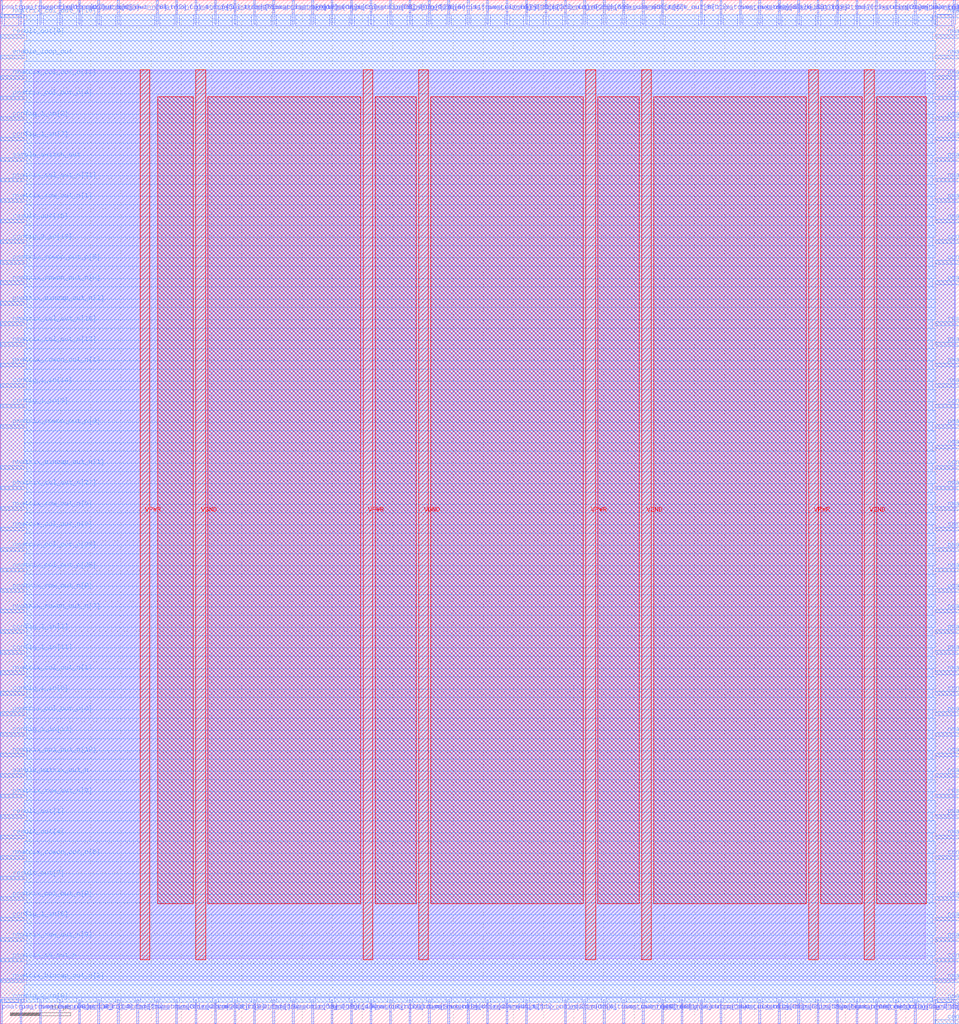
<source format=lef>
VERSION 5.7 ;
  NOWIREEXTENSIONATPIN ON ;
  DIVIDERCHAR "/" ;
  BUSBITCHARS "[]" ;
MACRO adc_core_digital
  CLASS BLOCK ;
  FOREIGN adc_core_digital ;
  ORIGIN 0.000 0.000 ;
  SIZE 158.845 BY 169.565 ;
  PIN VGND
    DIRECTION INOUT ;
    USE GROUND ;
    PORT
      LAYER met4 ;
        RECT 32.400 10.640 34.000 158.000 ;
    END
    PORT
      LAYER met4 ;
        RECT 69.315 10.640 70.915 158.000 ;
    END
    PORT
      LAYER met4 ;
        RECT 106.230 10.640 107.830 158.000 ;
    END
    PORT
      LAYER met4 ;
        RECT 143.145 10.640 144.745 158.000 ;
    END
  END VGND
  PIN VPWR
    DIRECTION INOUT ;
    USE POWER ;
    PORT
      LAYER met4 ;
        RECT 23.175 10.640 24.775 158.000 ;
    END
    PORT
      LAYER met4 ;
        RECT 60.090 10.640 61.690 158.000 ;
    END
    PORT
      LAYER met4 ;
        RECT 97.005 10.640 98.605 158.000 ;
    END
    PORT
      LAYER met4 ;
        RECT 133.920 10.640 135.520 158.000 ;
    END
  END VPWR
  PIN clk_dig_in
    DIRECTION INPUT ;
    USE SIGNAL ;
    PORT
      LAYER met2 ;
        RECT 132.110 165.565 132.390 169.565 ;
    END
  END clk_dig_in
  PIN comparator_in
    DIRECTION INPUT ;
    USE SIGNAL ;
    PORT
      LAYER met2 ;
        RECT 51.610 165.565 51.890 169.565 ;
    END
  END comparator_in
  PIN config_1_in[0]
    DIRECTION INPUT ;
    USE SIGNAL ;
    PORT
      LAYER met3 ;
        RECT 0.000 54.440 4.000 55.040 ;
    END
  END config_1_in[0]
  PIN config_1_in[10]
    DIRECTION INPUT ;
    USE SIGNAL ;
    PORT
      LAYER met3 ;
        RECT 154.845 125.840 158.845 126.440 ;
    END
  END config_1_in[10]
  PIN config_1_in[11]
    DIRECTION INPUT ;
    USE SIGNAL ;
    PORT
      LAYER met3 ;
        RECT 0.000 61.240 4.000 61.840 ;
    END
  END config_1_in[11]
  PIN config_1_in[12]
    DIRECTION INPUT ;
    USE SIGNAL ;
    PORT
      LAYER met3 ;
        RECT 154.845 54.440 158.845 55.040 ;
    END
  END config_1_in[12]
  PIN config_1_in[13]
    DIRECTION INPUT ;
    USE SIGNAL ;
    PORT
      LAYER met3 ;
        RECT 0.000 47.640 4.000 48.240 ;
    END
  END config_1_in[13]
  PIN config_1_in[14]
    DIRECTION INPUT ;
    USE SIGNAL ;
    PORT
      LAYER met3 ;
        RECT 0.000 105.440 4.000 106.040 ;
    END
  END config_1_in[14]
  PIN config_1_in[15]
    DIRECTION INPUT ;
    USE SIGNAL ;
    PORT
      LAYER met2 ;
        RECT 35.510 165.565 35.790 169.565 ;
    END
  END config_1_in[15]
  PIN config_1_in[1]
    DIRECTION INPUT ;
    USE SIGNAL ;
    PORT
      LAYER met3 ;
        RECT 0.000 64.640 4.000 65.240 ;
    END
  END config_1_in[1]
  PIN config_1_in[2]
    DIRECTION INPUT ;
    USE SIGNAL ;
    PORT
      LAYER met3 ;
        RECT 0.000 149.640 4.000 150.240 ;
    END
  END config_1_in[2]
  PIN config_1_in[3]
    DIRECTION INPUT ;
    USE SIGNAL ;
    PORT
      LAYER met3 ;
        RECT 0.000 102.040 4.000 102.640 ;
    END
  END config_1_in[3]
  PIN config_1_in[4]
    DIRECTION INPUT ;
    USE SIGNAL ;
    PORT
      LAYER met2 ;
        RECT 29.070 165.565 29.350 169.565 ;
    END
  END config_1_in[4]
  PIN config_1_in[5]
    DIRECTION INPUT ;
    USE SIGNAL ;
    PORT
      LAYER met2 ;
        RECT 16.190 0.000 16.470 4.000 ;
    END
  END config_1_in[5]
  PIN config_1_in[6]
    DIRECTION INPUT ;
    USE SIGNAL ;
    PORT
      LAYER met3 ;
        RECT 0.000 17.040 4.000 17.640 ;
    END
  END config_1_in[6]
  PIN config_1_in[7]
    DIRECTION INPUT ;
    USE SIGNAL ;
    PORT
      LAYER met3 ;
        RECT 0.000 146.240 4.000 146.840 ;
    END
  END config_1_in[7]
  PIN config_1_in[8]
    DIRECTION INPUT ;
    USE SIGNAL ;
    PORT
      LAYER met2 ;
        RECT 154.650 165.565 154.930 169.565 ;
    END
  END config_1_in[8]
  PIN config_1_in[9]
    DIRECTION INPUT ;
    USE SIGNAL ;
    PORT
      LAYER met3 ;
        RECT 154.845 91.840 158.845 92.440 ;
    END
  END config_1_in[9]
  PIN config_2_in[0]
    DIRECTION INPUT ;
    USE SIGNAL ;
    PORT
      LAYER met2 ;
        RECT 38.730 0.000 39.010 4.000 ;
    END
  END config_2_in[0]
  PIN config_2_in[10]
    DIRECTION INPUT ;
    USE SIGNAL ;
    PORT
      LAYER met2 ;
        RECT 64.490 165.565 64.770 169.565 ;
    END
  END config_2_in[10]
  PIN config_2_in[11]
    DIRECTION INPUT ;
    USE SIGNAL ;
    PORT
      LAYER met3 ;
        RECT 154.845 102.040 158.845 102.640 ;
    END
  END config_2_in[11]
  PIN config_2_in[12]
    DIRECTION INPUT ;
    USE SIGNAL ;
    PORT
      LAYER met3 ;
        RECT 154.845 0.040 158.845 0.640 ;
    END
  END config_2_in[12]
  PIN config_2_in[13]
    DIRECTION INPUT ;
    USE SIGNAL ;
    PORT
      LAYER met3 ;
        RECT 0.000 129.240 4.000 129.840 ;
    END
  END config_2_in[13]
  PIN config_2_in[14]
    DIRECTION INPUT ;
    USE SIGNAL ;
    PORT
      LAYER met2 ;
        RECT 51.610 0.000 51.890 4.000 ;
    END
  END config_2_in[14]
  PIN config_2_in[15]
    DIRECTION INPUT ;
    USE SIGNAL ;
    PORT
      LAYER met2 ;
        RECT 93.470 165.565 93.750 169.565 ;
    END
  END config_2_in[15]
  PIN config_2_in[1]
    DIRECTION INPUT ;
    USE SIGNAL ;
    PORT
      LAYER met2 ;
        RECT 106.350 0.000 106.630 4.000 ;
    END
  END config_2_in[1]
  PIN config_2_in[2]
    DIRECTION INPUT ;
    USE SIGNAL ;
    PORT
      LAYER met2 ;
        RECT 83.810 165.565 84.090 169.565 ;
    END
  END config_2_in[2]
  PIN config_2_in[3]
    DIRECTION INPUT ;
    USE SIGNAL ;
    PORT
      LAYER met2 ;
        RECT 151.430 0.000 151.710 4.000 ;
    END
  END config_2_in[3]
  PIN config_2_in[4]
    DIRECTION INPUT ;
    USE SIGNAL ;
    PORT
      LAYER met3 ;
        RECT 154.845 129.240 158.845 129.840 ;
    END
  END config_2_in[4]
  PIN config_2_in[5]
    DIRECTION INPUT ;
    USE SIGNAL ;
    PORT
      LAYER met2 ;
        RECT 67.710 165.565 67.990 169.565 ;
    END
  END config_2_in[5]
  PIN config_2_in[6]
    DIRECTION INPUT ;
    USE SIGNAL ;
    PORT
      LAYER met3 ;
        RECT 154.845 153.040 158.845 153.640 ;
    END
  END config_2_in[6]
  PIN config_2_in[7]
    DIRECTION INPUT ;
    USE SIGNAL ;
    PORT
      LAYER met2 ;
        RECT 135.330 165.565 135.610 169.565 ;
    END
  END config_2_in[7]
  PIN config_2_in[8]
    DIRECTION INPUT ;
    USE SIGNAL ;
    PORT
      LAYER met3 ;
        RECT 0.000 3.440 4.000 4.040 ;
    END
  END config_2_in[8]
  PIN config_2_in[9]
    DIRECTION INPUT ;
    USE SIGNAL ;
    PORT
      LAYER met3 ;
        RECT 154.845 10.240 158.845 10.840 ;
    END
  END config_2_in[9]
  PIN conv_finished_out
    DIRECTION OUTPUT TRISTATE ;
    USE SIGNAL ;
    PORT
      LAYER met3 ;
        RECT 154.845 27.240 158.845 27.840 ;
    END
  END conv_finished_out
  PIN enable_loop_out
    DIRECTION OUTPUT TRISTATE ;
    USE SIGNAL ;
    PORT
      LAYER met3 ;
        RECT 0.000 159.840 4.000 160.440 ;
    END
  END enable_loop_out
  PIN nmatrix_bincap_out_n[0]
    DIRECTION OUTPUT TRISTATE ;
    USE SIGNAL ;
    PORT
      LAYER met2 ;
        RECT 6.530 165.565 6.810 169.565 ;
    END
  END nmatrix_bincap_out_n[0]
  PIN nmatrix_bincap_out_n[1]
    DIRECTION OUTPUT TRISTATE ;
    USE SIGNAL ;
    PORT
      LAYER met3 ;
        RECT 0.000 91.840 4.000 92.440 ;
    END
  END nmatrix_bincap_out_n[1]
  PIN nmatrix_bincap_out_n[2]
    DIRECTION OUTPUT TRISTATE ;
    USE SIGNAL ;
    PORT
      LAYER met3 ;
        RECT 0.000 6.840 4.000 7.440 ;
    END
  END nmatrix_bincap_out_n[2]
  PIN nmatrix_c0_out_n
    DIRECTION OUTPUT TRISTATE ;
    USE SIGNAL ;
    PORT
      LAYER met3 ;
        RECT 154.845 88.440 158.845 89.040 ;
    END
  END nmatrix_c0_out_n
  PIN nmatrix_col_out_n[0]
    DIRECTION OUTPUT TRISTATE ;
    USE SIGNAL ;
    PORT
      LAYER met3 ;
        RECT 0.000 81.640 4.000 82.240 ;
    END
  END nmatrix_col_out_n[0]
  PIN nmatrix_col_out_n[10]
    DIRECTION OUTPUT TRISTATE ;
    USE SIGNAL ;
    PORT
      LAYER met3 ;
        RECT 0.000 166.640 4.000 167.240 ;
    END
  END nmatrix_col_out_n[10]
  PIN nmatrix_col_out_n[11]
    DIRECTION OUTPUT TRISTATE ;
    USE SIGNAL ;
    PORT
      LAYER met3 ;
        RECT 0.000 156.440 4.000 157.040 ;
    END
  END nmatrix_col_out_n[11]
  PIN nmatrix_col_out_n[12]
    DIRECTION OUTPUT TRISTATE ;
    USE SIGNAL ;
    PORT
      LAYER met2 ;
        RECT 144.990 0.000 145.270 4.000 ;
    END
  END nmatrix_col_out_n[12]
  PIN nmatrix_col_out_n[13]
    DIRECTION OUTPUT TRISTATE ;
    USE SIGNAL ;
    PORT
      LAYER met3 ;
        RECT 0.000 112.240 4.000 112.840 ;
    END
  END nmatrix_col_out_n[13]
  PIN nmatrix_col_out_n[14]
    DIRECTION OUTPUT TRISTATE ;
    USE SIGNAL ;
    PORT
      LAYER met2 ;
        RECT 141.770 165.565 142.050 169.565 ;
    END
  END nmatrix_col_out_n[14]
  PIN nmatrix_col_out_n[15]
    DIRECTION OUTPUT TRISTATE ;
    USE SIGNAL ;
    PORT
      LAYER met3 ;
        RECT 154.845 57.840 158.845 58.440 ;
    END
  END nmatrix_col_out_n[15]
  PIN nmatrix_col_out_n[16]
    DIRECTION OUTPUT TRISTATE ;
    USE SIGNAL ;
    PORT
      LAYER met3 ;
        RECT 0.000 115.640 4.000 116.240 ;
    END
  END nmatrix_col_out_n[16]
  PIN nmatrix_col_out_n[17]
    DIRECTION OUTPUT TRISTATE ;
    USE SIGNAL ;
    PORT
      LAYER met3 ;
        RECT 154.845 20.440 158.845 21.040 ;
    END
  END nmatrix_col_out_n[17]
  PIN nmatrix_col_out_n[18]
    DIRECTION OUTPUT TRISTATE ;
    USE SIGNAL ;
    PORT
      LAYER met2 ;
        RECT 45.170 0.000 45.450 4.000 ;
    END
  END nmatrix_col_out_n[18]
  PIN nmatrix_col_out_n[19]
    DIRECTION OUTPUT TRISTATE ;
    USE SIGNAL ;
    PORT
      LAYER met3 ;
        RECT 0.000 44.240 4.000 44.840 ;
    END
  END nmatrix_col_out_n[19]
  PIN nmatrix_col_out_n[1]
    DIRECTION OUTPUT TRISTATE ;
    USE SIGNAL ;
    PORT
      LAYER met3 ;
        RECT 0.000 57.840 4.000 58.440 ;
    END
  END nmatrix_col_out_n[1]
  PIN nmatrix_col_out_n[20]
    DIRECTION OUTPUT TRISTATE ;
    USE SIGNAL ;
    PORT
      LAYER met3 ;
        RECT 154.845 132.640 158.845 133.240 ;
    END
  END nmatrix_col_out_n[20]
  PIN nmatrix_col_out_n[21]
    DIRECTION OUTPUT TRISTATE ;
    USE SIGNAL ;
    PORT
      LAYER met2 ;
        RECT 48.390 165.565 48.670 169.565 ;
    END
  END nmatrix_col_out_n[21]
  PIN nmatrix_col_out_n[22]
    DIRECTION OUTPUT TRISTATE ;
    USE SIGNAL ;
    PORT
      LAYER met3 ;
        RECT 154.845 163.240 158.845 163.840 ;
    END
  END nmatrix_col_out_n[22]
  PIN nmatrix_col_out_n[23]
    DIRECTION OUTPUT TRISTATE ;
    USE SIGNAL ;
    PORT
      LAYER met3 ;
        RECT 0.000 78.240 4.000 78.840 ;
    END
  END nmatrix_col_out_n[23]
  PIN nmatrix_col_out_n[24]
    DIRECTION OUTPUT TRISTATE ;
    USE SIGNAL ;
    PORT
      LAYER met2 ;
        RECT 12.970 0.000 13.250 4.000 ;
    END
  END nmatrix_col_out_n[24]
  PIN nmatrix_col_out_n[25]
    DIRECTION OUTPUT TRISTATE ;
    USE SIGNAL ;
    PORT
      LAYER met3 ;
        RECT 0.000 74.840 4.000 75.440 ;
    END
  END nmatrix_col_out_n[25]
  PIN nmatrix_col_out_n[26]
    DIRECTION OUTPUT TRISTATE ;
    USE SIGNAL ;
    PORT
      LAYER met2 ;
        RECT 77.370 165.565 77.650 169.565 ;
    END
  END nmatrix_col_out_n[26]
  PIN nmatrix_col_out_n[27]
    DIRECTION OUTPUT TRISTATE ;
    USE SIGNAL ;
    PORT
      LAYER met3 ;
        RECT 154.845 139.440 158.845 140.040 ;
    END
  END nmatrix_col_out_n[27]
  PIN nmatrix_col_out_n[28]
    DIRECTION OUTPUT TRISTATE ;
    USE SIGNAL ;
    PORT
      LAYER met2 ;
        RECT 54.830 165.565 55.110 169.565 ;
    END
  END nmatrix_col_out_n[28]
  PIN nmatrix_col_out_n[29]
    DIRECTION OUTPUT TRISTATE ;
    USE SIGNAL ;
    PORT
      LAYER met3 ;
        RECT 154.845 159.840 158.845 160.440 ;
    END
  END nmatrix_col_out_n[29]
  PIN nmatrix_col_out_n[2]
    DIRECTION OUTPUT TRISTATE ;
    USE SIGNAL ;
    PORT
      LAYER met2 ;
        RECT 9.750 165.565 10.030 169.565 ;
    END
  END nmatrix_col_out_n[2]
  PIN nmatrix_col_out_n[30]
    DIRECTION OUTPUT TRISTATE ;
    USE SIGNAL ;
    PORT
      LAYER met2 ;
        RECT 125.670 0.000 125.950 4.000 ;
    END
  END nmatrix_col_out_n[30]
  PIN nmatrix_col_out_n[31]
    DIRECTION OUTPUT TRISTATE ;
    USE SIGNAL ;
    PORT
      LAYER met2 ;
        RECT 138.550 165.565 138.830 169.565 ;
    END
  END nmatrix_col_out_n[31]
  PIN nmatrix_col_out_n[3]
    DIRECTION OUTPUT TRISTATE ;
    USE SIGNAL ;
    PORT
      LAYER met2 ;
        RECT 25.850 165.565 26.130 169.565 ;
    END
  END nmatrix_col_out_n[3]
  PIN nmatrix_col_out_n[4]
    DIRECTION OUTPUT TRISTATE ;
    USE SIGNAL ;
    PORT
      LAYER met2 ;
        RECT 74.150 0.000 74.430 4.000 ;
    END
  END nmatrix_col_out_n[4]
  PIN nmatrix_col_out_n[5]
    DIRECTION OUTPUT TRISTATE ;
    USE SIGNAL ;
    PORT
      LAYER met2 ;
        RECT 128.890 0.000 129.170 4.000 ;
    END
  END nmatrix_col_out_n[5]
  PIN nmatrix_col_out_n[6]
    DIRECTION OUTPUT TRISTATE ;
    USE SIGNAL ;
    PORT
      LAYER met3 ;
        RECT 154.845 30.640 158.845 31.240 ;
    END
  END nmatrix_col_out_n[6]
  PIN nmatrix_col_out_n[7]
    DIRECTION OUTPUT TRISTATE ;
    USE SIGNAL ;
    PORT
      LAYER met2 ;
        RECT 122.450 0.000 122.730 4.000 ;
    END
  END nmatrix_col_out_n[7]
  PIN nmatrix_col_out_n[8]
    DIRECTION OUTPUT TRISTATE ;
    USE SIGNAL ;
    PORT
      LAYER met2 ;
        RECT 61.270 0.000 61.550 4.000 ;
    END
  END nmatrix_col_out_n[8]
  PIN nmatrix_col_out_n[9]
    DIRECTION OUTPUT TRISTATE ;
    USE SIGNAL ;
    PORT
      LAYER met3 ;
        RECT 154.845 166.640 158.845 167.240 ;
    END
  END nmatrix_col_out_n[9]
  PIN nmatrix_row_out_n[0]
    DIRECTION OUTPUT TRISTATE ;
    USE SIGNAL ;
    PORT
      LAYER met3 ;
        RECT 0.000 85.040 4.000 85.640 ;
    END
  END nmatrix_row_out_n[0]
  PIN nmatrix_row_out_n[10]
    DIRECTION OUTPUT TRISTATE ;
    USE SIGNAL ;
    PORT
      LAYER met3 ;
        RECT 154.845 47.640 158.845 48.240 ;
    END
  END nmatrix_row_out_n[10]
  PIN nmatrix_row_out_n[11]
    DIRECTION OUTPUT TRISTATE ;
    USE SIGNAL ;
    PORT
      LAYER met2 ;
        RECT 77.370 0.000 77.650 4.000 ;
    END
  END nmatrix_row_out_n[11]
  PIN nmatrix_row_out_n[12]
    DIRECTION OUTPUT TRISTATE ;
    USE SIGNAL ;
    PORT
      LAYER met3 ;
        RECT 154.845 85.040 158.845 85.640 ;
    END
  END nmatrix_row_out_n[12]
  PIN nmatrix_row_out_n[13]
    DIRECTION OUTPUT TRISTATE ;
    USE SIGNAL ;
    PORT
      LAYER met2 ;
        RECT 122.450 165.565 122.730 169.565 ;
    END
  END nmatrix_row_out_n[13]
  PIN nmatrix_row_out_n[14]
    DIRECTION OUTPUT TRISTATE ;
    USE SIGNAL ;
    PORT
      LAYER met2 ;
        RECT 45.170 165.565 45.450 169.565 ;
    END
  END nmatrix_row_out_n[14]
  PIN nmatrix_row_out_n[15]
    DIRECTION OUTPUT TRISTATE ;
    USE SIGNAL ;
    PORT
      LAYER met2 ;
        RECT 48.390 0.000 48.670 4.000 ;
    END
  END nmatrix_row_out_n[15]
  PIN nmatrix_row_out_n[1]
    DIRECTION OUTPUT TRISTATE ;
    USE SIGNAL ;
    PORT
      LAYER met3 ;
        RECT 0.000 136.040 4.000 136.640 ;
    END
  END nmatrix_row_out_n[1]
  PIN nmatrix_row_out_n[2]
    DIRECTION OUTPUT TRISTATE ;
    USE SIGNAL ;
    PORT
      LAYER met2 ;
        RECT 22.630 0.000 22.910 4.000 ;
    END
  END nmatrix_row_out_n[2]
  PIN nmatrix_row_out_n[3]
    DIRECTION OUTPUT TRISTATE ;
    USE SIGNAL ;
    PORT
      LAYER met2 ;
        RECT 83.810 0.000 84.090 4.000 ;
    END
  END nmatrix_row_out_n[3]
  PIN nmatrix_row_out_n[4]
    DIRECTION OUTPUT TRISTATE ;
    USE SIGNAL ;
    PORT
      LAYER met3 ;
        RECT 154.845 95.240 158.845 95.840 ;
    END
  END nmatrix_row_out_n[4]
  PIN nmatrix_row_out_n[5]
    DIRECTION OUTPUT TRISTATE ;
    USE SIGNAL ;
    PORT
      LAYER met3 ;
        RECT 154.845 44.240 158.845 44.840 ;
    END
  END nmatrix_row_out_n[5]
  PIN nmatrix_row_out_n[6]
    DIRECTION OUTPUT TRISTATE ;
    USE SIGNAL ;
    PORT
      LAYER met2 ;
        RECT 99.910 165.565 100.190 169.565 ;
    END
  END nmatrix_row_out_n[6]
  PIN nmatrix_row_out_n[7]
    DIRECTION OUTPUT TRISTATE ;
    USE SIGNAL ;
    PORT
      LAYER met3 ;
        RECT 154.845 105.440 158.845 106.040 ;
    END
  END nmatrix_row_out_n[7]
  PIN nmatrix_row_out_n[8]
    DIRECTION OUTPUT TRISTATE ;
    USE SIGNAL ;
    PORT
      LAYER met2 ;
        RECT 119.230 165.565 119.510 169.565 ;
    END
  END nmatrix_row_out_n[8]
  PIN nmatrix_row_out_n[9]
    DIRECTION OUTPUT TRISTATE ;
    USE SIGNAL ;
    PORT
      LAYER met3 ;
        RECT 0.000 13.640 4.000 14.240 ;
    END
  END nmatrix_row_out_n[9]
  PIN nmatrix_rowon_out_n[0]
    DIRECTION OUTPUT TRISTATE ;
    USE SIGNAL ;
    PORT
      LAYER met3 ;
        RECT 0.000 122.440 4.000 123.040 ;
    END
  END nmatrix_rowon_out_n[0]
  PIN nmatrix_rowon_out_n[10]
    DIRECTION OUTPUT TRISTATE ;
    USE SIGNAL ;
    PORT
      LAYER met2 ;
        RECT 132.110 0.000 132.390 4.000 ;
    END
  END nmatrix_rowon_out_n[10]
  PIN nmatrix_rowon_out_n[11]
    DIRECTION OUTPUT TRISTATE ;
    USE SIGNAL ;
    PORT
      LAYER met3 ;
        RECT 154.845 74.840 158.845 75.440 ;
    END
  END nmatrix_rowon_out_n[11]
  PIN nmatrix_rowon_out_n[12]
    DIRECTION OUTPUT TRISTATE ;
    USE SIGNAL ;
    PORT
      LAYER met2 ;
        RECT 144.990 165.565 145.270 169.565 ;
    END
  END nmatrix_rowon_out_n[12]
  PIN nmatrix_rowon_out_n[13]
    DIRECTION OUTPUT TRISTATE ;
    USE SIGNAL ;
    PORT
      LAYER met3 ;
        RECT 154.845 146.240 158.845 146.840 ;
    END
  END nmatrix_rowon_out_n[13]
  PIN nmatrix_rowon_out_n[14]
    DIRECTION OUTPUT TRISTATE ;
    USE SIGNAL ;
    PORT
      LAYER met2 ;
        RECT 6.530 0.000 6.810 4.000 ;
    END
  END nmatrix_rowon_out_n[14]
  PIN nmatrix_rowon_out_n[15]
    DIRECTION OUTPUT TRISTATE ;
    USE SIGNAL ;
    PORT
      LAYER met2 ;
        RECT 54.830 0.000 55.110 4.000 ;
    END
  END nmatrix_rowon_out_n[15]
  PIN nmatrix_rowon_out_n[1]
    DIRECTION OUTPUT TRISTATE ;
    USE SIGNAL ;
    PORT
      LAYER met2 ;
        RECT 116.010 165.565 116.290 169.565 ;
    END
  END nmatrix_rowon_out_n[1]
  PIN nmatrix_rowon_out_n[2]
    DIRECTION OUTPUT TRISTATE ;
    USE SIGNAL ;
    PORT
      LAYER met2 ;
        RECT 16.190 165.565 16.470 169.565 ;
    END
  END nmatrix_rowon_out_n[2]
  PIN nmatrix_rowon_out_n[3]
    DIRECTION OUTPUT TRISTATE ;
    USE SIGNAL ;
    PORT
      LAYER met2 ;
        RECT 64.490 0.000 64.770 4.000 ;
    END
  END nmatrix_rowon_out_n[3]
  PIN nmatrix_rowon_out_n[4]
    DIRECTION OUTPUT TRISTATE ;
    USE SIGNAL ;
    PORT
      LAYER met3 ;
        RECT 154.845 6.840 158.845 7.440 ;
    END
  END nmatrix_rowon_out_n[4]
  PIN nmatrix_rowon_out_n[5]
    DIRECTION OUTPUT TRISTATE ;
    USE SIGNAL ;
    PORT
      LAYER met2 ;
        RECT 138.550 0.000 138.830 4.000 ;
    END
  END nmatrix_rowon_out_n[5]
  PIN nmatrix_rowon_out_n[6]
    DIRECTION OUTPUT TRISTATE ;
    USE SIGNAL ;
    PORT
      LAYER met2 ;
        RECT 103.130 0.000 103.410 4.000 ;
    END
  END nmatrix_rowon_out_n[6]
  PIN nmatrix_rowon_out_n[7]
    DIRECTION OUTPUT TRISTATE ;
    USE SIGNAL ;
    PORT
      LAYER met3 ;
        RECT 0.000 68.040 4.000 68.640 ;
    END
  END nmatrix_rowon_out_n[7]
  PIN nmatrix_rowon_out_n[8]
    DIRECTION OUTPUT TRISTATE ;
    USE SIGNAL ;
    PORT
      LAYER met3 ;
        RECT 0.000 27.240 4.000 27.840 ;
    END
  END nmatrix_rowon_out_n[8]
  PIN nmatrix_rowon_out_n[9]
    DIRECTION OUTPUT TRISTATE ;
    USE SIGNAL ;
    PORT
      LAYER met2 ;
        RECT 125.670 165.565 125.950 169.565 ;
    END
  END nmatrix_rowon_out_n[9]
  PIN pmatrix_bincap_out_n[0]
    DIRECTION OUTPUT TRISTATE ;
    USE SIGNAL ;
    PORT
      LAYER met2 ;
        RECT 38.730 165.565 39.010 169.565 ;
    END
  END pmatrix_bincap_out_n[0]
  PIN pmatrix_bincap_out_n[1]
    DIRECTION OUTPUT TRISTATE ;
    USE SIGNAL ;
    PORT
      LAYER met2 ;
        RECT 135.330 0.000 135.610 4.000 ;
    END
  END pmatrix_bincap_out_n[1]
  PIN pmatrix_bincap_out_n[2]
    DIRECTION OUTPUT TRISTATE ;
    USE SIGNAL ;
    PORT
      LAYER met3 ;
        RECT 0.000 119.040 4.000 119.640 ;
    END
  END pmatrix_bincap_out_n[2]
  PIN pmatrix_c0_out_n
    DIRECTION OUTPUT TRISTATE ;
    USE SIGNAL ;
    PORT
      LAYER met3 ;
        RECT 0.000 10.240 4.000 10.840 ;
    END
  END pmatrix_c0_out_n
  PIN pmatrix_col_out_n[0]
    DIRECTION OUTPUT TRISTATE ;
    USE SIGNAL ;
    PORT
      LAYER met3 ;
        RECT 0.000 51.040 4.000 51.640 ;
    END
  END pmatrix_col_out_n[0]
  PIN pmatrix_col_out_n[10]
    DIRECTION OUTPUT TRISTATE ;
    USE SIGNAL ;
    PORT
      LAYER met3 ;
        RECT 154.845 149.640 158.845 150.240 ;
    END
  END pmatrix_col_out_n[10]
  PIN pmatrix_col_out_n[11]
    DIRECTION OUTPUT TRISTATE ;
    USE SIGNAL ;
    PORT
      LAYER met3 ;
        RECT 154.845 17.040 158.845 17.640 ;
    END
  END pmatrix_col_out_n[11]
  PIN pmatrix_col_out_n[12]
    DIRECTION OUTPUT TRISTATE ;
    USE SIGNAL ;
    PORT
      LAYER met3 ;
        RECT 154.845 68.040 158.845 68.640 ;
    END
  END pmatrix_col_out_n[12]
  PIN pmatrix_col_out_n[13]
    DIRECTION OUTPUT TRISTATE ;
    USE SIGNAL ;
    PORT
      LAYER met2 ;
        RECT 3.310 165.565 3.590 169.565 ;
    END
  END pmatrix_col_out_n[13]
  PIN pmatrix_col_out_n[14]
    DIRECTION OUTPUT TRISTATE ;
    USE SIGNAL ;
    PORT
      LAYER met3 ;
        RECT 154.845 98.640 158.845 99.240 ;
    END
  END pmatrix_col_out_n[14]
  PIN pmatrix_col_out_n[15]
    DIRECTION OUTPUT TRISTATE ;
    USE SIGNAL ;
    PORT
      LAYER met3 ;
        RECT 154.845 3.440 158.845 4.040 ;
    END
  END pmatrix_col_out_n[15]
  PIN pmatrix_col_out_n[16]
    DIRECTION OUTPUT TRISTATE ;
    USE SIGNAL ;
    PORT
      LAYER met2 ;
        RECT 90.250 165.565 90.530 169.565 ;
    END
  END pmatrix_col_out_n[16]
  PIN pmatrix_col_out_n[17]
    DIRECTION OUTPUT TRISTATE ;
    USE SIGNAL ;
    PORT
      LAYER met2 ;
        RECT 41.950 165.565 42.230 169.565 ;
    END
  END pmatrix_col_out_n[17]
  PIN pmatrix_col_out_n[18]
    DIRECTION OUTPUT TRISTATE ;
    USE SIGNAL ;
    PORT
      LAYER met2 ;
        RECT 87.030 0.000 87.310 4.000 ;
    END
  END pmatrix_col_out_n[18]
  PIN pmatrix_col_out_n[19]
    DIRECTION OUTPUT TRISTATE ;
    USE SIGNAL ;
    PORT
      LAYER met2 ;
        RECT 35.510 0.000 35.790 4.000 ;
    END
  END pmatrix_col_out_n[19]
  PIN pmatrix_col_out_n[1]
    DIRECTION OUTPUT TRISTATE ;
    USE SIGNAL ;
    PORT
      LAYER met2 ;
        RECT 58.050 165.565 58.330 169.565 ;
    END
  END pmatrix_col_out_n[1]
  PIN pmatrix_col_out_n[20]
    DIRECTION OUTPUT TRISTATE ;
    USE SIGNAL ;
    PORT
      LAYER met2 ;
        RECT 119.230 0.000 119.510 4.000 ;
    END
  END pmatrix_col_out_n[20]
  PIN pmatrix_col_out_n[21]
    DIRECTION OUTPUT TRISTATE ;
    USE SIGNAL ;
    PORT
      LAYER met2 ;
        RECT 154.650 0.000 154.930 4.000 ;
    END
  END pmatrix_col_out_n[21]
  PIN pmatrix_col_out_n[22]
    DIRECTION OUTPUT TRISTATE ;
    USE SIGNAL ;
    PORT
      LAYER met2 ;
        RECT 151.430 165.565 151.710 169.565 ;
    END
  END pmatrix_col_out_n[22]
  PIN pmatrix_col_out_n[23]
    DIRECTION OUTPUT TRISTATE ;
    USE SIGNAL ;
    PORT
      LAYER met3 ;
        RECT 154.845 71.440 158.845 72.040 ;
    END
  END pmatrix_col_out_n[23]
  PIN pmatrix_col_out_n[24]
    DIRECTION OUTPUT TRISTATE ;
    USE SIGNAL ;
    PORT
      LAYER met2 ;
        RECT 61.270 165.565 61.550 169.565 ;
    END
  END pmatrix_col_out_n[24]
  PIN pmatrix_col_out_n[25]
    DIRECTION OUTPUT TRISTATE ;
    USE SIGNAL ;
    PORT
      LAYER met2 ;
        RECT 87.030 165.565 87.310 169.565 ;
    END
  END pmatrix_col_out_n[25]
  PIN pmatrix_col_out_n[26]
    DIRECTION OUTPUT TRISTATE ;
    USE SIGNAL ;
    PORT
      LAYER met2 ;
        RECT 80.590 165.565 80.870 169.565 ;
    END
  END pmatrix_col_out_n[26]
  PIN pmatrix_col_out_n[27]
    DIRECTION OUTPUT TRISTATE ;
    USE SIGNAL ;
    PORT
      LAYER met3 ;
        RECT 0.000 88.440 4.000 89.040 ;
    END
  END pmatrix_col_out_n[27]
  PIN pmatrix_col_out_n[28]
    DIRECTION OUTPUT TRISTATE ;
    USE SIGNAL ;
    PORT
      LAYER met2 ;
        RECT 25.850 0.000 26.130 4.000 ;
    END
  END pmatrix_col_out_n[28]
  PIN pmatrix_col_out_n[29]
    DIRECTION OUTPUT TRISTATE ;
    USE SIGNAL ;
    PORT
      LAYER met3 ;
        RECT 154.845 34.040 158.845 34.640 ;
    END
  END pmatrix_col_out_n[29]
  PIN pmatrix_col_out_n[2]
    DIRECTION OUTPUT TRISTATE ;
    USE SIGNAL ;
    PORT
      LAYER met2 ;
        RECT 70.930 0.000 71.210 4.000 ;
    END
  END pmatrix_col_out_n[2]
  PIN pmatrix_col_out_n[30]
    DIRECTION OUTPUT TRISTATE ;
    USE SIGNAL ;
    PORT
      LAYER met3 ;
        RECT 154.845 142.840 158.845 143.440 ;
    END
  END pmatrix_col_out_n[30]
  PIN pmatrix_col_out_n[31]
    DIRECTION OUTPUT TRISTATE ;
    USE SIGNAL ;
    PORT
      LAYER met3 ;
        RECT 0.000 139.440 4.000 140.040 ;
    END
  END pmatrix_col_out_n[31]
  PIN pmatrix_col_out_n[3]
    DIRECTION OUTPUT TRISTATE ;
    USE SIGNAL ;
    PORT
      LAYER met2 ;
        RECT 96.690 165.565 96.970 169.565 ;
    END
  END pmatrix_col_out_n[3]
  PIN pmatrix_col_out_n[4]
    DIRECTION OUTPUT TRISTATE ;
    USE SIGNAL ;
    PORT
      LAYER met3 ;
        RECT 0.000 153.040 4.000 153.640 ;
    END
  END pmatrix_col_out_n[4]
  PIN pmatrix_col_out_n[5]
    DIRECTION OUTPUT TRISTATE ;
    USE SIGNAL ;
    PORT
      LAYER met3 ;
        RECT 154.845 51.040 158.845 51.640 ;
    END
  END pmatrix_col_out_n[5]
  PIN pmatrix_col_out_n[6]
    DIRECTION OUTPUT TRISTATE ;
    USE SIGNAL ;
    PORT
      LAYER met3 ;
        RECT 154.845 112.240 158.845 112.840 ;
    END
  END pmatrix_col_out_n[6]
  PIN pmatrix_col_out_n[7]
    DIRECTION OUTPUT TRISTATE ;
    USE SIGNAL ;
    PORT
      LAYER met2 ;
        RECT 32.290 165.565 32.570 169.565 ;
    END
  END pmatrix_col_out_n[7]
  PIN pmatrix_col_out_n[8]
    DIRECTION OUTPUT TRISTATE ;
    USE SIGNAL ;
    PORT
      LAYER met3 ;
        RECT 154.845 78.240 158.845 78.840 ;
    END
  END pmatrix_col_out_n[8]
  PIN pmatrix_col_out_n[9]
    DIRECTION OUTPUT TRISTATE ;
    USE SIGNAL ;
    PORT
      LAYER met3 ;
        RECT 0.000 20.440 4.000 21.040 ;
    END
  END pmatrix_col_out_n[9]
  PIN pmatrix_row_out_n[0]
    DIRECTION OUTPUT TRISTATE ;
    USE SIGNAL ;
    PORT
      LAYER met3 ;
        RECT 0.000 37.440 4.000 38.040 ;
    END
  END pmatrix_row_out_n[0]
  PIN pmatrix_row_out_n[10]
    DIRECTION OUTPUT TRISTATE ;
    USE SIGNAL ;
    PORT
      LAYER met3 ;
        RECT 154.845 136.040 158.845 136.640 ;
    END
  END pmatrix_row_out_n[10]
  PIN pmatrix_row_out_n[11]
    DIRECTION OUTPUT TRISTATE ;
    USE SIGNAL ;
    PORT
      LAYER met2 ;
        RECT 106.350 165.565 106.630 169.565 ;
    END
  END pmatrix_row_out_n[11]
  PIN pmatrix_row_out_n[12]
    DIRECTION OUTPUT TRISTATE ;
    USE SIGNAL ;
    PORT
      LAYER met2 ;
        RECT 41.950 0.000 42.230 4.000 ;
    END
  END pmatrix_row_out_n[12]
  PIN pmatrix_row_out_n[13]
    DIRECTION OUTPUT TRISTATE ;
    USE SIGNAL ;
    PORT
      LAYER met3 ;
        RECT 154.845 61.240 158.845 61.840 ;
    END
  END pmatrix_row_out_n[13]
  PIN pmatrix_row_out_n[14]
    DIRECTION OUTPUT TRISTATE ;
    USE SIGNAL ;
    PORT
      LAYER met2 ;
        RECT 109.570 0.000 109.850 4.000 ;
    END
  END pmatrix_row_out_n[14]
  PIN pmatrix_row_out_n[15]
    DIRECTION OUTPUT TRISTATE ;
    USE SIGNAL ;
    PORT
      LAYER met3 ;
        RECT 154.845 13.640 158.845 14.240 ;
    END
  END pmatrix_row_out_n[15]
  PIN pmatrix_row_out_n[1]
    DIRECTION OUTPUT TRISTATE ;
    USE SIGNAL ;
    PORT
      LAYER met2 ;
        RECT 0.090 165.565 0.370 169.565 ;
    END
  END pmatrix_row_out_n[1]
  PIN pmatrix_row_out_n[2]
    DIRECTION OUTPUT TRISTATE ;
    USE SIGNAL ;
    PORT
      LAYER met2 ;
        RECT 141.770 0.000 142.050 4.000 ;
    END
  END pmatrix_row_out_n[2]
  PIN pmatrix_row_out_n[3]
    DIRECTION OUTPUT TRISTATE ;
    USE SIGNAL ;
    PORT
      LAYER met2 ;
        RECT 19.410 0.000 19.690 4.000 ;
    END
  END pmatrix_row_out_n[3]
  PIN pmatrix_row_out_n[4]
    DIRECTION OUTPUT TRISTATE ;
    USE SIGNAL ;
    PORT
      LAYER met2 ;
        RECT 67.710 0.000 67.990 4.000 ;
    END
  END pmatrix_row_out_n[4]
  PIN pmatrix_row_out_n[5]
    DIRECTION OUTPUT TRISTATE ;
    USE SIGNAL ;
    PORT
      LAYER met3 ;
        RECT 154.845 40.840 158.845 41.440 ;
    END
  END pmatrix_row_out_n[5]
  PIN pmatrix_row_out_n[6]
    DIRECTION OUTPUT TRISTATE ;
    USE SIGNAL ;
    PORT
      LAYER met3 ;
        RECT 154.845 156.440 158.845 157.040 ;
    END
  END pmatrix_row_out_n[6]
  PIN pmatrix_row_out_n[7]
    DIRECTION OUTPUT TRISTATE ;
    USE SIGNAL ;
    PORT
      LAYER met3 ;
        RECT 154.845 108.840 158.845 109.440 ;
    END
  END pmatrix_row_out_n[7]
  PIN pmatrix_row_out_n[8]
    DIRECTION OUTPUT TRISTATE ;
    USE SIGNAL ;
    PORT
      LAYER met2 ;
        RECT 148.210 0.000 148.490 4.000 ;
    END
  END pmatrix_row_out_n[8]
  PIN pmatrix_row_out_n[9]
    DIRECTION OUTPUT TRISTATE ;
    USE SIGNAL ;
    PORT
      LAYER met3 ;
        RECT 0.000 71.440 4.000 72.040 ;
    END
  END pmatrix_row_out_n[9]
  PIN pmatrix_rowon_out_n[0]
    DIRECTION OUTPUT TRISTATE ;
    USE SIGNAL ;
    PORT
      LAYER met3 ;
        RECT 154.845 64.640 158.845 65.240 ;
    END
  END pmatrix_rowon_out_n[0]
  PIN pmatrix_rowon_out_n[10]
    DIRECTION OUTPUT TRISTATE ;
    USE SIGNAL ;
    PORT
      LAYER met2 ;
        RECT 3.310 0.000 3.590 4.000 ;
    END
  END pmatrix_rowon_out_n[10]
  PIN pmatrix_rowon_out_n[11]
    DIRECTION OUTPUT TRISTATE ;
    USE SIGNAL ;
    PORT
      LAYER met3 ;
        RECT 154.845 122.440 158.845 123.040 ;
    END
  END pmatrix_rowon_out_n[11]
  PIN pmatrix_rowon_out_n[12]
    DIRECTION OUTPUT TRISTATE ;
    USE SIGNAL ;
    PORT
      LAYER met2 ;
        RECT 157.870 165.565 158.150 169.565 ;
    END
  END pmatrix_rowon_out_n[12]
  PIN pmatrix_rowon_out_n[13]
    DIRECTION OUTPUT TRISTATE ;
    USE SIGNAL ;
    PORT
      LAYER met2 ;
        RECT 157.870 0.000 158.150 4.000 ;
    END
  END pmatrix_rowon_out_n[13]
  PIN pmatrix_rowon_out_n[14]
    DIRECTION OUTPUT TRISTATE ;
    USE SIGNAL ;
    PORT
      LAYER met2 ;
        RECT 148.210 165.565 148.490 169.565 ;
    END
  END pmatrix_rowon_out_n[14]
  PIN pmatrix_rowon_out_n[15]
    DIRECTION OUTPUT TRISTATE ;
    USE SIGNAL ;
    PORT
      LAYER met2 ;
        RECT 96.690 0.000 96.970 4.000 ;
    END
  END pmatrix_rowon_out_n[15]
  PIN pmatrix_rowon_out_n[1]
    DIRECTION OUTPUT TRISTATE ;
    USE SIGNAL ;
    PORT
      LAYER met3 ;
        RECT 0.000 108.840 4.000 109.440 ;
    END
  END pmatrix_rowon_out_n[1]
  PIN pmatrix_rowon_out_n[2]
    DIRECTION OUTPUT TRISTATE ;
    USE SIGNAL ;
    PORT
      LAYER met2 ;
        RECT 99.910 0.000 100.190 4.000 ;
    END
  END pmatrix_rowon_out_n[2]
  PIN pmatrix_rowon_out_n[3]
    DIRECTION OUTPUT TRISTATE ;
    USE SIGNAL ;
    PORT
      LAYER met2 ;
        RECT 0.090 0.000 0.370 4.000 ;
    END
  END pmatrix_rowon_out_n[3]
  PIN pmatrix_rowon_out_n[4]
    DIRECTION OUTPUT TRISTATE ;
    USE SIGNAL ;
    PORT
      LAYER met2 ;
        RECT 116.010 0.000 116.290 4.000 ;
    END
  END pmatrix_rowon_out_n[4]
  PIN pmatrix_rowon_out_n[5]
    DIRECTION OUTPUT TRISTATE ;
    USE SIGNAL ;
    PORT
      LAYER met3 ;
        RECT 0.000 125.840 4.000 126.440 ;
    END
  END pmatrix_rowon_out_n[5]
  PIN pmatrix_rowon_out_n[6]
    DIRECTION OUTPUT TRISTATE ;
    USE SIGNAL ;
    PORT
      LAYER met2 ;
        RECT 12.970 165.565 13.250 169.565 ;
    END
  END pmatrix_rowon_out_n[6]
  PIN pmatrix_rowon_out_n[7]
    DIRECTION OUTPUT TRISTATE ;
    USE SIGNAL ;
    PORT
      LAYER met2 ;
        RECT 74.150 165.565 74.430 169.565 ;
    END
  END pmatrix_rowon_out_n[7]
  PIN pmatrix_rowon_out_n[8]
    DIRECTION OUTPUT TRISTATE ;
    USE SIGNAL ;
    PORT
      LAYER met3 ;
        RECT 0.000 98.640 4.000 99.240 ;
    END
  END pmatrix_rowon_out_n[8]
  PIN pmatrix_rowon_out_n[9]
    DIRECTION OUTPUT TRISTATE ;
    USE SIGNAL ;
    PORT
      LAYER met2 ;
        RECT 29.070 0.000 29.350 4.000 ;
    END
  END pmatrix_rowon_out_n[9]
  PIN result_out[0]
    DIRECTION OUTPUT TRISTATE ;
    USE SIGNAL ;
    PORT
      LAYER met2 ;
        RECT 9.750 0.000 10.030 4.000 ;
    END
  END result_out[0]
  PIN result_out[10]
    DIRECTION OUTPUT TRISTATE ;
    USE SIGNAL ;
    PORT
      LAYER met2 ;
        RECT 103.130 165.565 103.410 169.565 ;
    END
  END result_out[10]
  PIN result_out[11]
    DIRECTION OUTPUT TRISTATE ;
    USE SIGNAL ;
    PORT
      LAYER met2 ;
        RECT 70.930 165.565 71.210 169.565 ;
    END
  END result_out[11]
  PIN result_out[12]
    DIRECTION OUTPUT TRISTATE ;
    USE SIGNAL ;
    PORT
      LAYER met2 ;
        RECT 80.590 0.000 80.870 4.000 ;
    END
  END result_out[12]
  PIN result_out[13]
    DIRECTION OUTPUT TRISTATE ;
    USE SIGNAL ;
    PORT
      LAYER met2 ;
        RECT 128.890 165.565 129.170 169.565 ;
    END
  END result_out[13]
  PIN result_out[14]
    DIRECTION OUTPUT TRISTATE ;
    USE SIGNAL ;
    PORT
      LAYER met3 ;
        RECT 154.845 37.440 158.845 38.040 ;
    END
  END result_out[14]
  PIN result_out[15]
    DIRECTION OUTPUT TRISTATE ;
    USE SIGNAL ;
    PORT
      LAYER met3 ;
        RECT 0.000 132.640 4.000 133.240 ;
    END
  END result_out[15]
  PIN result_out[1]
    DIRECTION OUTPUT TRISTATE ;
    USE SIGNAL ;
    PORT
      LAYER met3 ;
        RECT 0.000 34.040 4.000 34.640 ;
    END
  END result_out[1]
  PIN result_out[2]
    DIRECTION OUTPUT TRISTATE ;
    USE SIGNAL ;
    PORT
      LAYER met2 ;
        RECT 32.290 0.000 32.570 4.000 ;
    END
  END result_out[2]
  PIN result_out[3]
    DIRECTION OUTPUT TRISTATE ;
    USE SIGNAL ;
    PORT
      LAYER met2 ;
        RECT 58.050 0.000 58.330 4.000 ;
    END
  END result_out[3]
  PIN result_out[4]
    DIRECTION OUTPUT TRISTATE ;
    USE SIGNAL ;
    PORT
      LAYER met3 ;
        RECT 0.000 30.640 4.000 31.240 ;
    END
  END result_out[4]
  PIN result_out[5]
    DIRECTION OUTPUT TRISTATE ;
    USE SIGNAL ;
    PORT
      LAYER met3 ;
        RECT 154.845 115.640 158.845 116.240 ;
    END
  END result_out[5]
  PIN result_out[6]
    DIRECTION OUTPUT TRISTATE ;
    USE SIGNAL ;
    PORT
      LAYER met2 ;
        RECT 93.470 0.000 93.750 4.000 ;
    END
  END result_out[6]
  PIN result_out[7]
    DIRECTION OUTPUT TRISTATE ;
    USE SIGNAL ;
    PORT
      LAYER met3 ;
        RECT 0.000 23.840 4.000 24.440 ;
    END
  END result_out[7]
  PIN result_out[8]
    DIRECTION OUTPUT TRISTATE ;
    USE SIGNAL ;
    PORT
      LAYER met2 ;
        RECT 109.570 165.565 109.850 169.565 ;
    END
  END result_out[8]
  PIN result_out[9]
    DIRECTION OUTPUT TRISTATE ;
    USE SIGNAL ;
    PORT
      LAYER met3 ;
        RECT 0.000 163.240 4.000 163.840 ;
    END
  END result_out[9]
  PIN rst_n
    DIRECTION INPUT ;
    USE SIGNAL ;
    PORT
      LAYER met2 ;
        RECT 19.410 165.565 19.690 169.565 ;
    END
  END rst_n
  PIN sample_matrix_out
    DIRECTION OUTPUT TRISTATE ;
    USE SIGNAL ;
    PORT
      LAYER met2 ;
        RECT 112.790 0.000 113.070 4.000 ;
    END
  END sample_matrix_out
  PIN sample_matrix_out_n
    DIRECTION OUTPUT TRISTATE ;
    USE SIGNAL ;
    PORT
      LAYER met3 ;
        RECT 0.000 40.840 4.000 41.440 ;
    END
  END sample_matrix_out_n
  PIN sample_switch_out
    DIRECTION OUTPUT TRISTATE ;
    USE SIGNAL ;
    PORT
      LAYER met3 ;
        RECT 0.000 142.840 4.000 143.440 ;
    END
  END sample_switch_out
  PIN sample_switch_out_n
    DIRECTION OUTPUT TRISTATE ;
    USE SIGNAL ;
    PORT
      LAYER met3 ;
        RECT 154.845 81.640 158.845 82.240 ;
    END
  END sample_switch_out_n
  OBS
      LAYER li1 ;
        RECT 5.520 10.795 153.180 157.845 ;
      LAYER met1 ;
        RECT 0.070 7.180 158.170 158.000 ;
      LAYER met2 ;
        RECT 0.650 165.285 3.030 167.125 ;
        RECT 3.870 165.285 6.250 167.125 ;
        RECT 7.090 165.285 9.470 167.125 ;
        RECT 10.310 165.285 12.690 167.125 ;
        RECT 13.530 165.285 15.910 167.125 ;
        RECT 16.750 165.285 19.130 167.125 ;
        RECT 19.970 165.285 25.570 167.125 ;
        RECT 26.410 165.285 28.790 167.125 ;
        RECT 29.630 165.285 32.010 167.125 ;
        RECT 32.850 165.285 35.230 167.125 ;
        RECT 36.070 165.285 38.450 167.125 ;
        RECT 39.290 165.285 41.670 167.125 ;
        RECT 42.510 165.285 44.890 167.125 ;
        RECT 45.730 165.285 48.110 167.125 ;
        RECT 48.950 165.285 51.330 167.125 ;
        RECT 52.170 165.285 54.550 167.125 ;
        RECT 55.390 165.285 57.770 167.125 ;
        RECT 58.610 165.285 60.990 167.125 ;
        RECT 61.830 165.285 64.210 167.125 ;
        RECT 65.050 165.285 67.430 167.125 ;
        RECT 68.270 165.285 70.650 167.125 ;
        RECT 71.490 165.285 73.870 167.125 ;
        RECT 74.710 165.285 77.090 167.125 ;
        RECT 77.930 165.285 80.310 167.125 ;
        RECT 81.150 165.285 83.530 167.125 ;
        RECT 84.370 165.285 86.750 167.125 ;
        RECT 87.590 165.285 89.970 167.125 ;
        RECT 90.810 165.285 93.190 167.125 ;
        RECT 94.030 165.285 96.410 167.125 ;
        RECT 97.250 165.285 99.630 167.125 ;
        RECT 100.470 165.285 102.850 167.125 ;
        RECT 103.690 165.285 106.070 167.125 ;
        RECT 106.910 165.285 109.290 167.125 ;
        RECT 110.130 165.285 115.730 167.125 ;
        RECT 116.570 165.285 118.950 167.125 ;
        RECT 119.790 165.285 122.170 167.125 ;
        RECT 123.010 165.285 125.390 167.125 ;
        RECT 126.230 165.285 128.610 167.125 ;
        RECT 129.450 165.285 131.830 167.125 ;
        RECT 132.670 165.285 135.050 167.125 ;
        RECT 135.890 165.285 138.270 167.125 ;
        RECT 139.110 165.285 141.490 167.125 ;
        RECT 142.330 165.285 144.710 167.125 ;
        RECT 145.550 165.285 147.930 167.125 ;
        RECT 148.770 165.285 151.150 167.125 ;
        RECT 151.990 165.285 154.370 167.125 ;
        RECT 155.210 165.285 157.590 167.125 ;
        RECT 0.100 4.280 158.140 165.285 ;
        RECT 0.650 3.555 3.030 4.280 ;
        RECT 3.870 3.555 6.250 4.280 ;
        RECT 7.090 3.555 9.470 4.280 ;
        RECT 10.310 3.555 12.690 4.280 ;
        RECT 13.530 3.555 15.910 4.280 ;
        RECT 16.750 3.555 19.130 4.280 ;
        RECT 19.970 3.555 22.350 4.280 ;
        RECT 23.190 3.555 25.570 4.280 ;
        RECT 26.410 3.555 28.790 4.280 ;
        RECT 29.630 3.555 32.010 4.280 ;
        RECT 32.850 3.555 35.230 4.280 ;
        RECT 36.070 3.555 38.450 4.280 ;
        RECT 39.290 3.555 41.670 4.280 ;
        RECT 42.510 3.555 44.890 4.280 ;
        RECT 45.730 3.555 48.110 4.280 ;
        RECT 48.950 3.555 51.330 4.280 ;
        RECT 52.170 3.555 54.550 4.280 ;
        RECT 55.390 3.555 57.770 4.280 ;
        RECT 58.610 3.555 60.990 4.280 ;
        RECT 61.830 3.555 64.210 4.280 ;
        RECT 65.050 3.555 67.430 4.280 ;
        RECT 68.270 3.555 70.650 4.280 ;
        RECT 71.490 3.555 73.870 4.280 ;
        RECT 74.710 3.555 77.090 4.280 ;
        RECT 77.930 3.555 80.310 4.280 ;
        RECT 81.150 3.555 83.530 4.280 ;
        RECT 84.370 3.555 86.750 4.280 ;
        RECT 87.590 3.555 93.190 4.280 ;
        RECT 94.030 3.555 96.410 4.280 ;
        RECT 97.250 3.555 99.630 4.280 ;
        RECT 100.470 3.555 102.850 4.280 ;
        RECT 103.690 3.555 106.070 4.280 ;
        RECT 106.910 3.555 109.290 4.280 ;
        RECT 110.130 3.555 112.510 4.280 ;
        RECT 113.350 3.555 115.730 4.280 ;
        RECT 116.570 3.555 118.950 4.280 ;
        RECT 119.790 3.555 122.170 4.280 ;
        RECT 123.010 3.555 125.390 4.280 ;
        RECT 126.230 3.555 128.610 4.280 ;
        RECT 129.450 3.555 131.830 4.280 ;
        RECT 132.670 3.555 135.050 4.280 ;
        RECT 135.890 3.555 138.270 4.280 ;
        RECT 139.110 3.555 141.490 4.280 ;
        RECT 142.330 3.555 144.710 4.280 ;
        RECT 145.550 3.555 147.930 4.280 ;
        RECT 148.770 3.555 151.150 4.280 ;
        RECT 151.990 3.555 154.370 4.280 ;
        RECT 155.210 3.555 157.590 4.280 ;
      LAYER met3 ;
        RECT 4.400 166.240 154.445 167.105 ;
        RECT 4.000 164.240 154.845 166.240 ;
        RECT 4.400 162.840 154.445 164.240 ;
        RECT 4.000 160.840 154.845 162.840 ;
        RECT 4.400 159.440 154.445 160.840 ;
        RECT 4.000 157.440 154.845 159.440 ;
        RECT 4.400 156.040 154.445 157.440 ;
        RECT 4.000 154.040 154.845 156.040 ;
        RECT 4.400 152.640 154.445 154.040 ;
        RECT 4.000 150.640 154.845 152.640 ;
        RECT 4.400 149.240 154.445 150.640 ;
        RECT 4.000 147.240 154.845 149.240 ;
        RECT 4.400 145.840 154.445 147.240 ;
        RECT 4.000 143.840 154.845 145.840 ;
        RECT 4.400 142.440 154.445 143.840 ;
        RECT 4.000 140.440 154.845 142.440 ;
        RECT 4.400 139.040 154.445 140.440 ;
        RECT 4.000 137.040 154.845 139.040 ;
        RECT 4.400 135.640 154.445 137.040 ;
        RECT 4.000 133.640 154.845 135.640 ;
        RECT 4.400 132.240 154.445 133.640 ;
        RECT 4.000 130.240 154.845 132.240 ;
        RECT 4.400 128.840 154.445 130.240 ;
        RECT 4.000 126.840 154.845 128.840 ;
        RECT 4.400 125.440 154.445 126.840 ;
        RECT 4.000 123.440 154.845 125.440 ;
        RECT 4.400 122.040 154.445 123.440 ;
        RECT 4.000 120.040 154.845 122.040 ;
        RECT 4.400 118.640 154.845 120.040 ;
        RECT 4.000 116.640 154.845 118.640 ;
        RECT 4.400 115.240 154.445 116.640 ;
        RECT 4.000 113.240 154.845 115.240 ;
        RECT 4.400 111.840 154.445 113.240 ;
        RECT 4.000 109.840 154.845 111.840 ;
        RECT 4.400 108.440 154.445 109.840 ;
        RECT 4.000 106.440 154.845 108.440 ;
        RECT 4.400 105.040 154.445 106.440 ;
        RECT 4.000 103.040 154.845 105.040 ;
        RECT 4.400 101.640 154.445 103.040 ;
        RECT 4.000 99.640 154.845 101.640 ;
        RECT 4.400 98.240 154.445 99.640 ;
        RECT 4.000 96.240 154.845 98.240 ;
        RECT 4.000 94.840 154.445 96.240 ;
        RECT 4.000 92.840 154.845 94.840 ;
        RECT 4.400 91.440 154.445 92.840 ;
        RECT 4.000 89.440 154.845 91.440 ;
        RECT 4.400 88.040 154.445 89.440 ;
        RECT 4.000 86.040 154.845 88.040 ;
        RECT 4.400 84.640 154.445 86.040 ;
        RECT 4.000 82.640 154.845 84.640 ;
        RECT 4.400 81.240 154.445 82.640 ;
        RECT 4.000 79.240 154.845 81.240 ;
        RECT 4.400 77.840 154.445 79.240 ;
        RECT 4.000 75.840 154.845 77.840 ;
        RECT 4.400 74.440 154.445 75.840 ;
        RECT 4.000 72.440 154.845 74.440 ;
        RECT 4.400 71.040 154.445 72.440 ;
        RECT 4.000 69.040 154.845 71.040 ;
        RECT 4.400 67.640 154.445 69.040 ;
        RECT 4.000 65.640 154.845 67.640 ;
        RECT 4.400 64.240 154.445 65.640 ;
        RECT 4.000 62.240 154.845 64.240 ;
        RECT 4.400 60.840 154.445 62.240 ;
        RECT 4.000 58.840 154.845 60.840 ;
        RECT 4.400 57.440 154.445 58.840 ;
        RECT 4.000 55.440 154.845 57.440 ;
        RECT 4.400 54.040 154.445 55.440 ;
        RECT 4.000 52.040 154.845 54.040 ;
        RECT 4.400 50.640 154.445 52.040 ;
        RECT 4.000 48.640 154.845 50.640 ;
        RECT 4.400 47.240 154.445 48.640 ;
        RECT 4.000 45.240 154.845 47.240 ;
        RECT 4.400 43.840 154.445 45.240 ;
        RECT 4.000 41.840 154.845 43.840 ;
        RECT 4.400 40.440 154.445 41.840 ;
        RECT 4.000 38.440 154.845 40.440 ;
        RECT 4.400 37.040 154.445 38.440 ;
        RECT 4.000 35.040 154.845 37.040 ;
        RECT 4.400 33.640 154.445 35.040 ;
        RECT 4.000 31.640 154.845 33.640 ;
        RECT 4.400 30.240 154.445 31.640 ;
        RECT 4.000 28.240 154.845 30.240 ;
        RECT 4.400 26.840 154.445 28.240 ;
        RECT 4.000 24.840 154.845 26.840 ;
        RECT 4.400 23.440 154.845 24.840 ;
        RECT 4.000 21.440 154.845 23.440 ;
        RECT 4.400 20.040 154.445 21.440 ;
        RECT 4.000 18.040 154.845 20.040 ;
        RECT 4.400 16.640 154.445 18.040 ;
        RECT 4.000 14.640 154.845 16.640 ;
        RECT 4.400 13.240 154.445 14.640 ;
        RECT 4.000 11.240 154.845 13.240 ;
        RECT 4.400 9.840 154.445 11.240 ;
        RECT 4.000 7.840 154.845 9.840 ;
        RECT 4.400 6.440 154.445 7.840 ;
        RECT 4.000 4.440 154.845 6.440 ;
        RECT 4.400 3.575 154.445 4.440 ;
      LAYER met4 ;
        RECT 26.055 19.895 32.000 153.505 ;
        RECT 34.400 19.895 59.690 153.505 ;
        RECT 62.090 19.895 68.915 153.505 ;
        RECT 71.315 19.895 96.605 153.505 ;
        RECT 99.005 19.895 105.830 153.505 ;
        RECT 108.230 19.895 133.520 153.505 ;
        RECT 135.920 19.895 142.745 153.505 ;
        RECT 145.145 19.895 153.345 153.505 ;
  END
END adc_core_digital
END LIBRARY


</source>
